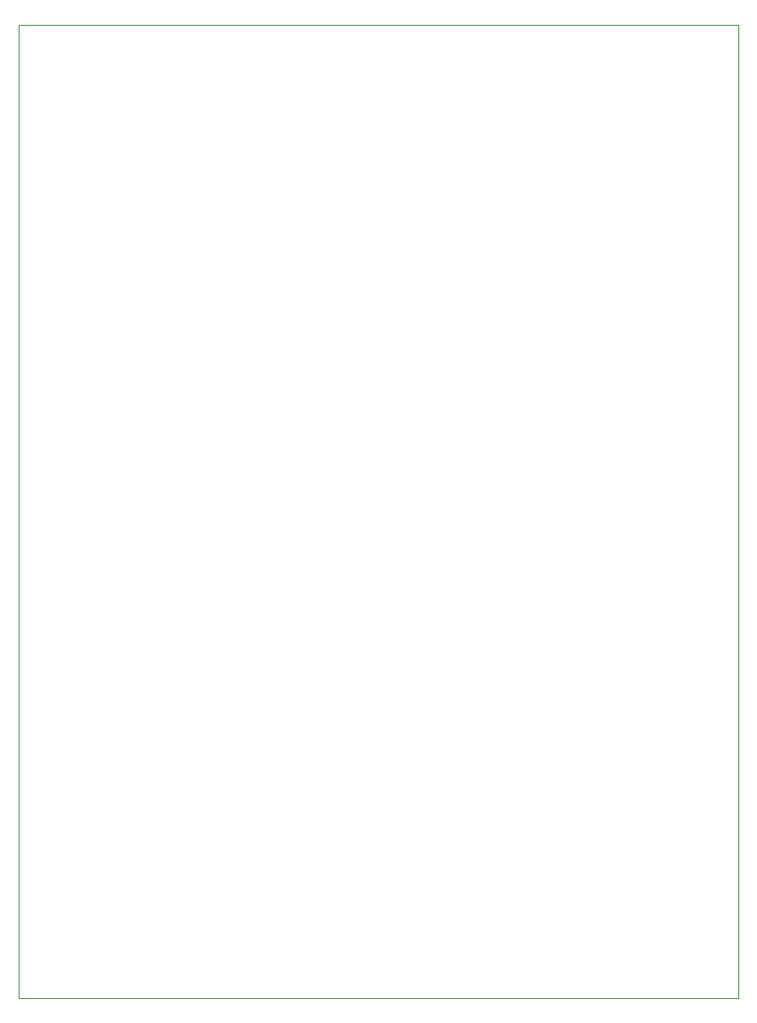
<source format=gbr>
%TF.GenerationSoftware,KiCad,Pcbnew,(6.0.0)*%
%TF.CreationDate,2022-04-22T12:33:35-07:00*%
%TF.ProjectId,Garden-Soil-MoistureSensor,47617264-656e-42d5-936f-696c2d4d6f69,rev?*%
%TF.SameCoordinates,Original*%
%TF.FileFunction,Profile,NP*%
%FSLAX46Y46*%
G04 Gerber Fmt 4.6, Leading zero omitted, Abs format (unit mm)*
G04 Created by KiCad (PCBNEW (6.0.0)) date 2022-04-22 12:33:35*
%MOMM*%
%LPD*%
G01*
G04 APERTURE LIST*
%TA.AperFunction,Profile*%
%ADD10C,0.100000*%
%TD*%
G04 APERTURE END LIST*
D10*
X114300000Y-45720000D02*
X114300000Y-138430000D01*
X182880000Y-45720000D02*
X114300000Y-45720000D01*
X114300000Y-138430000D02*
X182880000Y-138430000D01*
X182880000Y-138430000D02*
X182880000Y-45720000D01*
M02*

</source>
